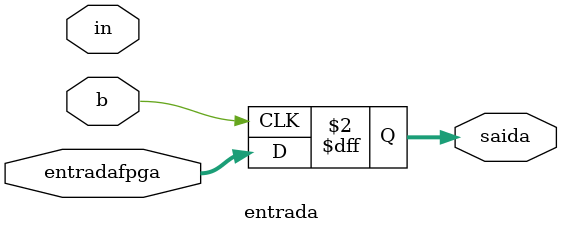
<source format=v>
module entrada(entradafpga, in, saida, b);
input wire[13:0] entradafpga;
input in, b;
output reg[13:0] saida;

always@(posedge b)
begin
	saida <= entradafpga;
end

endmodule
</source>
